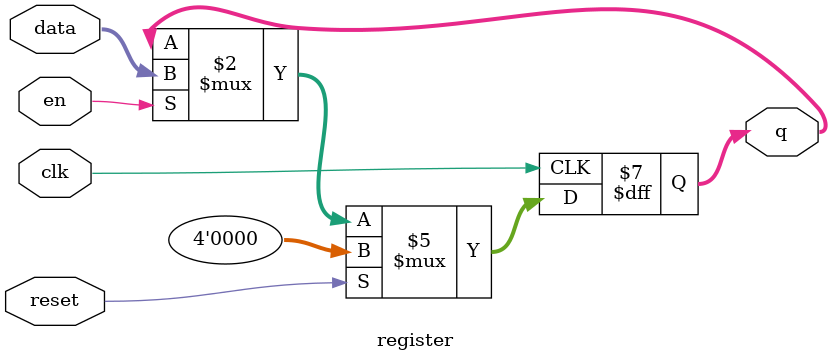
<source format=v>
`timescale 1ns/1ps

module register(input clk,
		input 		 reset,
		input 		 en,
		input [3:0] 	 data,
		output reg [3:0] q);

   always @(posedge clk)
     begin
	if (reset)
	  q <= 4'b0;
	else if (en)
	  q <= data;
     end
endmodule // register

</source>
